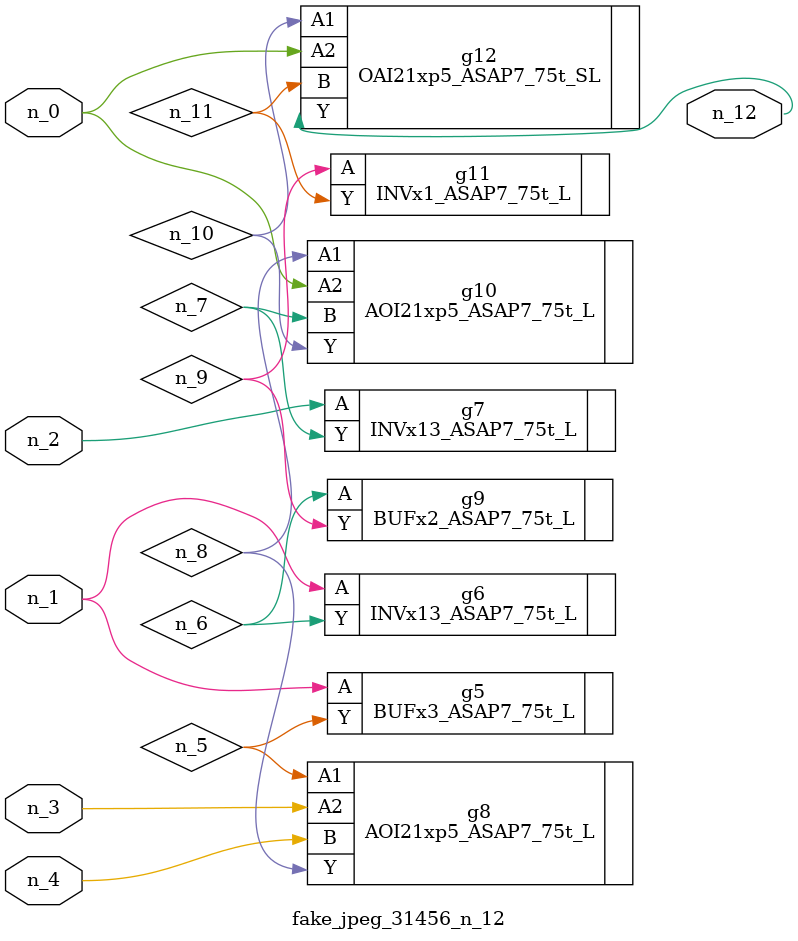
<source format=v>
module fake_jpeg_31456_n_12 (n_3, n_2, n_1, n_0, n_4, n_12);

input n_3;
input n_2;
input n_1;
input n_0;
input n_4;

output n_12;

wire n_11;
wire n_10;
wire n_8;
wire n_9;
wire n_6;
wire n_5;
wire n_7;

BUFx3_ASAP7_75t_L g5 ( 
.A(n_1),
.Y(n_5)
);

INVx13_ASAP7_75t_L g6 ( 
.A(n_1),
.Y(n_6)
);

INVx13_ASAP7_75t_L g7 ( 
.A(n_2),
.Y(n_7)
);

AOI21xp5_ASAP7_75t_L g8 ( 
.A1(n_5),
.A2(n_3),
.B(n_4),
.Y(n_8)
);

AOI21xp5_ASAP7_75t_L g10 ( 
.A1(n_8),
.A2(n_0),
.B(n_7),
.Y(n_10)
);

BUFx2_ASAP7_75t_L g9 ( 
.A(n_6),
.Y(n_9)
);

INVx1_ASAP7_75t_L g11 ( 
.A(n_9),
.Y(n_11)
);

OAI21xp5_ASAP7_75t_SL g12 ( 
.A1(n_10),
.A2(n_0),
.B(n_11),
.Y(n_12)
);


endmodule
</source>
